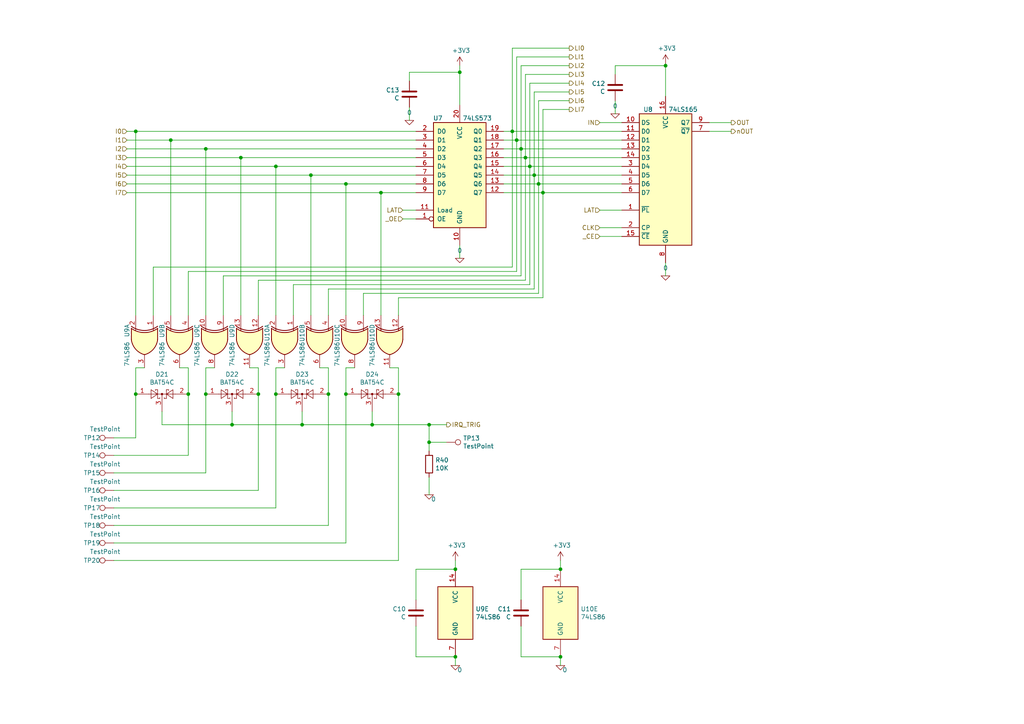
<source format=kicad_sch>
(kicad_sch (version 20211123) (generator eeschema)
  (paper "A4")
  (lib_symbols
    (symbol "74xx:74LS165"
      (property "Reference" "U" (at -7.62 19.05 0))
      (property "Value" "74LS165" (at -7.62 -21.59 0))
      (symbol "74LS165_1_0"
        (pin input line (at -12.7 -10.16 0) (length 5.08) (name "~{PL}") (number "1"))
        (pin input line (at -12.7 15.24 0) (length 5.08) (name "DS") (number "10"))
        (pin input line (at -12.7 12.7 0) (length 5.08) (name "D0") (number "11"))
        (pin input line (at -12.7 10.16 0) (length 5.08) (name "D1") (number "12"))
        (pin input line (at -12.7 7.62 0) (length 5.08) (name "D2") (number "13"))
        (pin input line (at -12.7 5.08 0) (length 5.08) (name "D3") (number "14"))
        (pin input line (at -12.7 -17.78 0) (length 5.08) (name "~{CE}") (number "15"))
        (pin power_in line (at 0 22.86 270) (length 5.08) (name "VCC") (number "16"))
        (pin input line (at -12.7 -15.24 0) (length 5.08) (name "CP") (number "2"))
        (pin input line (at -12.7 2.54 0) (length 5.08) (name "D4") (number "3"))
        (pin input line (at -12.7 0 0) (length 5.08) (name "D5") (number "4"))
        (pin input line (at -12.7 -2.54 0) (length 5.08) (name "D6") (number "5"))
        (pin input line (at -12.7 -5.08 0) (length 5.08) (name "D7") (number "6"))
        (pin output line (at 12.7 12.7 180) (length 5.08) (name "~{Q7}") (number "7"))
        (pin power_in line (at 0 -25.4 90) (length 5.08) (name "GND") (number "8"))
        (pin output line (at 12.7 15.24 180) (length 5.08) (name "Q7") (number "9"))
      )
      (symbol "74LS165_1_1"
        (rectangle (start -7.62 17.78) (end 7.62 -20.32) (stroke (width 0.254)) (fill (type background)))
      )
    )
    (symbol "74xx:74LS573" (pin_names (offset 1.016))
      (property "Reference" "U" (at -7.62 16.51 0))
      (property "Value" "74LS573" (at -7.62 -16.51 0))
      (symbol "74LS573_1_0"
        (pin input inverted (at -12.7 -12.7 0) (length 5.08) (name "OE") (number "1"))
        (pin power_in line (at 0 -20.32 90) (length 5.08) (name "GND") (number "10"))
        (pin input line (at -12.7 -10.16 0) (length 5.08) (name "Load") (number "11"))
        (pin tri_state line (at 12.7 -5.08 180) (length 5.08) (name "Q7") (number "12"))
        (pin tri_state line (at 12.7 -2.54 180) (length 5.08) (name "Q6") (number "13"))
        (pin tri_state line (at 12.7 0 180) (length 5.08) (name "Q5") (number "14"))
        (pin tri_state line (at 12.7 2.54 180) (length 5.08) (name "Q4") (number "15"))
        (pin tri_state line (at 12.7 5.08 180) (length 5.08) (name "Q3") (number "16"))
        (pin tri_state line (at 12.7 7.62 180) (length 5.08) (name "Q2") (number "17"))
        (pin tri_state line (at 12.7 10.16 180) (length 5.08) (name "Q1") (number "18"))
        (pin tri_state line (at 12.7 12.7 180) (length 5.08) (name "Q0") (number "19"))
        (pin input line (at -12.7 12.7 0) (length 5.08) (name "D0") (number "2"))
        (pin power_in line (at 0 20.32 270) (length 5.08) (name "VCC") (number "20"))
        (pin input line (at -12.7 10.16 0) (length 5.08) (name "D1") (number "3"))
        (pin input line (at -12.7 7.62 0) (length 5.08) (name "D2") (number "4"))
        (pin input line (at -12.7 5.08 0) (length 5.08) (name "D3") (number "5"))
        (pin input line (at -12.7 2.54 0) (length 5.08) (name "D4") (number "6"))
        (pin input line (at -12.7 0 0) (length 5.08) (name "D5") (number "7"))
        (pin input line (at -12.7 -2.54 0) (length 5.08) (name "D6") (number "8"))
        (pin input line (at -12.7 -5.08 0) (length 5.08) (name "D7") (number "9"))
      )
      (symbol "74LS573_1_1"
        (rectangle (start -7.62 15.24) (end 7.62 -15.24) (stroke (width 0.254)) (fill (type background)))
      )
    )
    (symbol "74xx:74LS86" (pin_names (offset 1.016))
      (property "Reference" "U" (at 0 1.27 0))
      (property "Value" "74LS86" (at 0 -1.27 0))
      (symbol "74LS86_1_0"
        (arc (start -4.4196 -3.81) (mid -3.2033 0) (end -4.4196 3.81) (stroke (width 0.254)))
        (arc (start -3.81 -3.81) (mid -2.589 0) (end -3.81 3.81) (stroke (width 0.254)))
        (arc (start -0.6096 -3.81) (mid 2.1855 -2.584) (end 3.81 0) (stroke (width 0.254)) (fill (type background)))
        (polyline (pts (xy -3.81 -3.81) (xy -0.635 -3.81)) (stroke (width 0.254)) (fill (type background)))
        (polyline (pts (xy -3.81 3.81) (xy -0.635 3.81)) (stroke (width 0.254)) (fill (type background)))
        (polyline (pts (xy -0.635 3.81) (xy -3.81 3.81) (xy -3.81 3.81) (xy -3.556 3.4036) (xy -3.0226 2.2606) (xy -2.6924 1.0414) (xy -2.6162 -0.254) (xy -2.7686 -1.4986) (xy -3.175 -2.7178) (xy -3.81 -3.81) (xy -3.81 -3.81) (xy -0.635 -3.81)) (stroke (width -25.4)) (fill (type background)))
        (arc (start 3.81 0) (mid 2.1928 2.5925) (end -0.6096 3.81) (stroke (width 0.254)) (fill (type background)))
        (pin input line (at -7.62 2.54 0) (length 4.445) (name "~") (number "1"))
        (pin input line (at -7.62 -2.54 0) (length 4.445) (name "~") (number "2"))
        (pin output line (at 7.62 0 180) (length 3.81) (name "~") (number "3"))
      )
      (symbol "74LS86_1_1"
        (polyline (pts (xy -3.81 -2.54) (xy -3.175 -2.54)) (stroke (width 0.1524)))
        (polyline (pts (xy -3.81 2.54) (xy -3.175 2.54)) (stroke (width 0.1524)))
      )
      (symbol "74LS86_2_0"
        (arc (start -4.4196 -3.81) (mid -3.2033 0) (end -4.4196 3.81) (stroke (width 0.254)))
        (arc (start -3.81 -3.81) (mid -2.589 0) (end -3.81 3.81) (stroke (width 0.254)))
        (arc (start -0.6096 -3.81) (mid 2.1855 -2.584) (end 3.81 0) (stroke (width 0.254)) (fill (type background)))
        (polyline (pts (xy -3.81 -3.81) (xy -0.635 -3.81)) (stroke (width 0.254)) (fill (type background)))
        (polyline (pts (xy -3.81 3.81) (xy -0.635 3.81)) (stroke (width 0.254)) (fill (type background)))
        (polyline (pts (xy -0.635 3.81) (xy -3.81 3.81) (xy -3.81 3.81) (xy -3.556 3.4036) (xy -3.0226 2.2606) (xy -2.6924 1.0414) (xy -2.6162 -0.254) (xy -2.7686 -1.4986) (xy -3.175 -2.7178) (xy -3.81 -3.81) (xy -3.81 -3.81) (xy -0.635 -3.81)) (stroke (width -25.4)) (fill (type background)))
        (arc (start 3.81 0) (mid 2.1928 2.5925) (end -0.6096 3.81) (stroke (width 0.254)) (fill (type background)))
        (pin input line (at -7.62 2.54 0) (length 4.445) (name "~") (number "4"))
        (pin input line (at -7.62 -2.54 0) (length 4.445) (name "~") (number "5"))
        (pin output line (at 7.62 0 180) (length 3.81) (name "~") (number "6"))
      )
      (symbol "74LS86_2_1"
        (polyline (pts (xy -3.81 -2.54) (xy -3.175 -2.54)) (stroke (width 0.1524)))
        (polyline (pts (xy -3.81 2.54) (xy -3.175 2.54)) (stroke (width 0.1524)))
      )
      (symbol "74LS86_3_0"
        (arc (start -4.4196 -3.81) (mid -3.2033 0) (end -4.4196 3.81) (stroke (width 0.254)))
        (arc (start -3.81 -3.81) (mid -2.589 0) (end -3.81 3.81) (stroke (width 0.254)))
        (arc (start -0.6096 -3.81) (mid 2.1855 -2.584) (end 3.81 0) (stroke (width 0.254)) (fill (type background)))
        (polyline (pts (xy -3.81 -3.81) (xy -0.635 -3.81)) (stroke (width 0.254)) (fill (type background)))
        (polyline (pts (xy -3.81 3.81) (xy -0.635 3.81)) (stroke (width 0.254)) (fill (type background)))
        (polyline (pts (xy -0.635 3.81) (xy -3.81 3.81) (xy -3.81 3.81) (xy -3.556 3.4036) (xy -3.0226 2.2606) (xy -2.6924 1.0414) (xy -2.6162 -0.254) (xy -2.7686 -1.4986) (xy -3.175 -2.7178) (xy -3.81 -3.81) (xy -3.81 -3.81) (xy -0.635 -3.81)) (stroke (width -25.4)) (fill (type background)))
        (arc (start 3.81 0) (mid 2.1928 2.5925) (end -0.6096 3.81) (stroke (width 0.254)) (fill (type background)))
        (pin input line (at -7.62 -2.54 0) (length 4.445) (name "~") (number "10"))
        (pin output line (at 7.62 0 180) (length 3.81) (name "~") (number "8"))
        (pin input line (at -7.62 2.54 0) (length 4.445) (name "~") (number "9"))
      )
      (symbol "74LS86_3_1"
        (polyline (pts (xy -3.81 -2.54) (xy -3.175 -2.54)) (stroke (width 0.1524)))
        (polyline (pts (xy -3.81 2.54) (xy -3.175 2.54)) (stroke (width 0.1524)))
      )
      (symbol "74LS86_4_0"
        (arc (start -4.4196 -3.81) (mid -3.2033 0) (end -4.4196 3.81) (stroke (width 0.254)))
        (arc (start -3.81 -3.81) (mid -2.589 0) (end -3.81 3.81) (stroke (width 0.254)))
        (arc (start -0.6096 -3.81) (mid 2.1855 -2.584) (end 3.81 0) (stroke (width 0.254)) (fill (type background)))
        (polyline (pts (xy -3.81 -3.81) (xy -0.635 -3.81)) (stroke (width 0.254)) (fill (type background)))
        (polyline (pts (xy -3.81 3.81) (xy -0.635 3.81)) (stroke (width 0.254)) (fill (type background)))
        (polyline (pts (xy -0.635 3.81) (xy -3.81 3.81) (xy -3.81 3.81) (xy -3.556 3.4036) (xy -3.0226 2.2606) (xy -2.6924 1.0414) (xy -2.6162 -0.254) (xy -2.7686 -1.4986) (xy -3.175 -2.7178) (xy -3.81 -3.81) (xy -3.81 -3.81) (xy -0.635 -3.81)) (stroke (width -25.4)) (fill (type background)))
        (arc (start 3.81 0) (mid 2.1928 2.5925) (end -0.6096 3.81) (stroke (width 0.254)) (fill (type background)))
        (pin output line (at 7.62 0 180) (length 3.81) (name "~") (number "11"))
        (pin input line (at -7.62 2.54 0) (length 4.445) (name "~") (number "12"))
        (pin input line (at -7.62 -2.54 0) (length 4.445) (name "~") (number "13"))
      )
      (symbol "74LS86_4_1"
        (polyline (pts (xy -3.81 -2.54) (xy -3.175 -2.54)) (stroke (width 0.1524)))
        (polyline (pts (xy -3.81 2.54) (xy -3.175 2.54)) (stroke (width 0.1524)))
      )
      (symbol "74LS86_5_0"
        (pin power_in line (at 0 12.7 270) (length 5.08) (name "VCC") (number "14"))
        (pin power_in line (at 0 -12.7 90) (length 5.08) (name "GND") (number "7"))
      )
      (symbol "74LS86_5_1"
        (rectangle (start -5.08 7.62) (end 5.08 -7.62) (stroke (width 0.254)) (fill (type background)))
      )
    )
    (symbol "Connector:TestPoint" (pin_numbers hide) (pin_names (offset 0.762) hide)
      (property "Reference" "TP" (at 0 6.858 0))
      (property "Value" "TestPoint" (at 0 5.08 0))
      (symbol "TestPoint_0_1"
        (circle (center 0 3.302) (radius 0.762))
      )
      (symbol "TestPoint_1_1"
        (pin passive line (at 0 0 90) (length 2.54) (name "1") (number "1"))
      )
    )
    (symbol "Device:C" (pin_numbers hide) (pin_names (offset 0.254))
      (property "Reference" "C" (at 0.635 2.54 0))
      (property "Value" "C" (at 0.635 -2.54 0))
      (symbol "C_0_1"
        (polyline (pts (xy -2.032 -0.762) (xy 2.032 -0.762)) (stroke (width 0.508)))
        (polyline (pts (xy -2.032 0.762) (xy 2.032 0.762)) (stroke (width 0.508)))
      )
      (symbol "C_1_1"
        (pin passive line (at 0 3.81 270) (length 2.794) (name "~") (number "1"))
        (pin passive line (at 0 -3.81 90) (length 2.794) (name "~") (number "2"))
      )
    )
    (symbol "Device:R" (pin_numbers hide) (pin_names (offset 0))
      (property "Reference" "R" (at 2.032 0 90))
      (property "Value" "R" (at 0 0 90))
      (symbol "R_0_1"
        (rectangle (start -1.016 -2.54) (end 1.016 2.54) (stroke (width 0.254)))
      )
      (symbol "R_1_1"
        (pin passive line (at 0 3.81 270) (length 1.27) (name "~") (number "1"))
        (pin passive line (at 0 -3.81 90) (length 1.27) (name "~") (number "2"))
      )
    )
    (symbol "Diode:BAT54C" (pin_names (offset 1.016))
      (property "Reference" "D" (at 0.635 -3.81 0))
      (property "Value" "BAT54C" (at -6.35 3.175 0))
      (symbol "BAT54C_0_1"
        (polyline (pts (xy -1.905 0) (xy 1.905 0)))
        (polyline (pts (xy -1.905 1.27) (xy -1.905 1.016)))
        (polyline (pts (xy -1.27 -1.27) (xy -0.635 -1.27)))
        (polyline (pts (xy -1.27 0) (xy -3.81 0)))
        (polyline (pts (xy -1.27 1.27) (xy -1.905 1.27)))
        (polyline (pts (xy -1.27 1.27) (xy -1.27 -1.27)))
        (polyline (pts (xy -0.635 -1.27) (xy -0.635 -1.016)))
        (polyline (pts (xy 0.635 -1.27) (xy 0.635 -1.016)))
        (polyline (pts (xy 1.27 -1.27) (xy 0.635 -1.27)))
        (polyline (pts (xy 1.27 1.27) (xy 1.27 -1.27)))
        (polyline (pts (xy 1.27 1.27) (xy 1.905 1.27)))
        (polyline (pts (xy 1.905 1.27) (xy 1.905 1.016)))
        (polyline (pts (xy 3.81 0) (xy 1.27 0)))
        (polyline (pts (xy -3.175 -1.27) (xy -3.175 1.27) (xy -1.27 0) (xy -3.175 -1.27)))
        (polyline (pts (xy 3.175 -1.27) (xy 3.175 1.27) (xy 1.27 0) (xy 3.175 -1.27)))
        (circle (center 0 0) (radius 0.254) (fill (type outline)))
      )
      (symbol "BAT54C_1_1"
        (pin passive line (at -7.62 0 0) (length 3.81) (name "~") (number "1"))
        (pin passive line (at 7.62 0 180) (length 3.81) (name "~") (number "2"))
        (pin passive line (at 0 -5.08 90) (length 5.08) (name "~") (number "3"))
      )
    )
    (symbol "power:+3V3" (power) (pin_names (offset 0))
      (property "Value" "+3V3" (at 0 3.556 0))
      (symbol "+3V3_0_1"
        (polyline (pts (xy -0.762 1.27) (xy 0 2.54)))
        (polyline (pts (xy 0 0) (xy 0 2.54)))
        (polyline (pts (xy 0 2.54) (xy 0.762 1.27)))
      )
      (symbol "+3V3_1_1"
        (pin power_in line (at 0 0 90) (length 0) hide (name "+3V3") (number "1"))
      )
    )
    (symbol "pspice:0" (power) (pin_names (offset 0))
      (property "Value" "0" (at 0 -1.778 0))
      (symbol "0_0_1"
        (polyline (pts (xy -1.27 0) (xy 0 -1.27) (xy 1.27 0) (xy -1.27 0)))
      )
      (symbol "0_1_1"
        (pin power_in line (at 0 0 0) (length 0) hide (name "0") (number "1"))
      )
    )
  )
  (junction (at 80.01 114.3))
  (junction (at 115.57 114.3))
  (junction (at 95.25 114.3))
  (junction (at 100.33 114.3))
  (junction (at 54.61 114.3))
  (junction (at 39.37 38.1))
  (junction (at 100.33 53.34))
  (junction (at 74.93 114.3))
  (junction (at 132.08 165.1))
  (junction (at 107.95 123.19))
  (junction (at 80.01 48.26))
  (junction (at 59.69 114.3))
  (junction (at 39.37 114.3))
  (junction (at 133.35 20.955))
  (junction (at 151.13 43.18))
  (junction (at 162.56 165.1))
  (junction (at 49.53 40.64))
  (junction (at 162.56 190.5))
  (junction (at 148.59 38.1))
  (junction (at 110.49 55.88))
  (junction (at 154.94 50.8))
  (junction (at 67.31 123.19))
  (junction (at 157.48 55.88))
  (junction (at 152.4 45.72))
  (junction (at 90.17 50.8))
  (junction (at 156.21 53.34))
  (junction (at 59.69 43.18))
  (junction (at 124.46 123.19))
  (junction (at 69.85 45.72))
  (junction (at 124.46 128.27))
  (junction (at 87.63 123.19))
  (junction (at 193.04 19.05))
  (junction (at 132.08 190.5))
  (junction (at 153.67 48.26))
  (junction (at 149.86 40.64))
  (wire (pts (xy 149.86 16.51) (xy 165.1 16.51)))
  (wire (pts (xy 113.03 106.68) (xy 115.57 106.68)))
  (wire (pts (xy 36.83 40.64) (xy 49.53 40.64)))
  (wire (pts (xy 162.56 190.5) (xy 162.56 193.04)))
  (wire (pts (xy 74.93 106.68) (xy 74.93 114.3)))
  (wire (pts (xy 148.59 38.1) (xy 180.34 38.1)))
  (wire (pts (xy 44.45 77.47) (xy 148.59 77.47)))
  (wire (pts (xy 33.02 147.32) (xy 80.01 147.32)))
  (wire (pts (xy 36.83 38.1) (xy 39.37 38.1)))
  (wire (pts (xy 124.46 143.51) (xy 124.46 138.43)))
  (wire (pts (xy 59.69 43.18) (xy 120.65 43.18)))
  (wire (pts (xy 69.85 45.72) (xy 120.65 45.72)))
  (wire (pts (xy 165.1 13.97) (xy 148.59 13.97)))
  (wire (pts (xy 100.33 114.3) (xy 100.33 157.48)))
  (wire (pts (xy 151.13 43.18) (xy 180.34 43.18)))
  (wire (pts (xy 33.02 127) (xy 39.37 127)))
  (wire (pts (xy 54.61 132.08) (xy 54.61 114.3)))
  (wire (pts (xy 115.57 86.36) (xy 157.48 86.36)))
  (wire (pts (xy 165.1 29.21) (xy 156.21 29.21)))
  (wire (pts (xy 157.48 55.88) (xy 157.48 31.75)))
  (wire (pts (xy 54.61 78.74) (xy 149.86 78.74)))
  (wire (pts (xy 165.1 19.05) (xy 151.13 19.05)))
  (wire (pts (xy 33.02 142.24) (xy 74.93 142.24)))
  (wire (pts (xy 100.33 114.3) (xy 100.33 106.68)))
  (wire (pts (xy 193.04 19.05) (xy 193.04 27.94)))
  (wire (pts (xy 52.07 106.68) (xy 54.61 106.68)))
  (wire (pts (xy 173.99 66.04) (xy 180.34 66.04)))
  (wire (pts (xy 152.4 21.59) (xy 152.4 45.72)))
  (wire (pts (xy 133.35 19.05) (xy 133.35 20.955)))
  (wire (pts (xy 146.05 40.64) (xy 149.86 40.64)))
  (wire (pts (xy 85.09 82.55) (xy 153.67 82.55)))
  (wire (pts (xy 105.41 91.44) (xy 105.41 85.09)))
  (wire (pts (xy 80.01 91.44) (xy 80.01 48.26)))
  (wire (pts (xy 154.94 26.67) (xy 154.94 50.8)))
  (wire (pts (xy 146.05 45.72) (xy 152.4 45.72)))
  (wire (pts (xy 115.57 106.68) (xy 115.57 114.3)))
  (wire (pts (xy 124.46 123.19) (xy 107.95 123.19)))
  (wire (pts (xy 41.91 106.68) (xy 39.37 106.68)))
  (wire (pts (xy 151.13 190.5) (xy 162.56 190.5)))
  (wire (pts (xy 36.83 55.88) (xy 110.49 55.88)))
  (wire (pts (xy 165.1 26.67) (xy 154.94 26.67)))
  (wire (pts (xy 59.69 91.44) (xy 59.69 43.18)))
  (wire (pts (xy 33.02 152.4) (xy 95.25 152.4)))
  (wire (pts (xy 80.01 106.68) (xy 82.55 106.68)))
  (wire (pts (xy 36.83 50.8) (xy 90.17 50.8)))
  (wire (pts (xy 154.94 50.8) (xy 180.34 50.8)))
  (wire (pts (xy 165.1 21.59) (xy 152.4 21.59)))
  (wire (pts (xy 44.45 91.44) (xy 44.45 77.47)))
  (wire (pts (xy 36.83 48.26) (xy 80.01 48.26)))
  (wire (pts (xy 157.48 55.88) (xy 146.05 55.88)))
  (wire (pts (xy 178.435 19.05) (xy 193.04 19.05)))
  (wire (pts (xy 151.13 190.5) (xy 151.13 181.61)))
  (wire (pts (xy 67.31 119.38) (xy 67.31 123.19)))
  (wire (pts (xy 153.67 82.55) (xy 153.67 48.26)))
  (wire (pts (xy 39.37 38.1) (xy 120.65 38.1)))
  (wire (pts (xy 149.86 16.51) (xy 149.86 40.64)))
  (wire (pts (xy 120.65 165.1) (xy 132.08 165.1)))
  (wire (pts (xy 64.77 80.01) (xy 151.13 80.01)))
  (wire (pts (xy 54.61 106.68) (xy 54.61 114.3)))
  (wire (pts (xy 146.05 53.34) (xy 156.21 53.34)))
  (wire (pts (xy 115.57 114.3) (xy 115.57 162.56)))
  (wire (pts (xy 74.93 142.24) (xy 74.93 114.3)))
  (wire (pts (xy 152.4 81.28) (xy 152.4 45.72)))
  (wire (pts (xy 39.37 106.68) (xy 39.37 114.3)))
  (wire (pts (xy 124.46 128.27) (xy 124.46 123.19)))
  (wire (pts (xy 153.67 48.26) (xy 180.34 48.26)))
  (wire (pts (xy 133.35 74.93) (xy 133.35 71.12)))
  (wire (pts (xy 173.99 68.58) (xy 180.34 68.58)))
  (wire (pts (xy 118.745 34.925) (xy 118.745 31.115)))
  (wire (pts (xy 39.37 127) (xy 39.37 114.3)))
  (wire (pts (xy 151.13 165.1) (xy 162.56 165.1)))
  (wire (pts (xy 100.33 106.68) (xy 102.87 106.68)))
  (wire (pts (xy 120.65 60.96) (xy 116.84 60.96)))
  (wire (pts (xy 59.69 114.3) (xy 59.69 106.68)))
  (wire (pts (xy 85.09 91.44) (xy 85.09 82.55)))
  (wire (pts (xy 59.69 137.16) (xy 59.69 114.3)))
  (wire (pts (xy 74.93 91.44) (xy 74.93 81.28)))
  (wire (pts (xy 67.31 123.19) (xy 87.63 123.19)))
  (wire (pts (xy 95.25 83.82) (xy 154.94 83.82)))
  (wire (pts (xy 156.21 29.21) (xy 156.21 53.34)))
  (wire (pts (xy 132.08 190.5) (xy 132.08 193.04)))
  (wire (pts (xy 151.13 19.05) (xy 151.13 43.18)))
  (wire (pts (xy 173.99 35.56) (xy 180.34 35.56)))
  (wire (pts (xy 151.13 80.01) (xy 151.13 43.18)))
  (wire (pts (xy 146.05 43.18) (xy 151.13 43.18)))
  (wire (pts (xy 100.33 91.44) (xy 100.33 53.34)))
  (wire (pts (xy 118.745 23.495) (xy 118.745 20.955)))
  (wire (pts (xy 95.25 152.4) (xy 95.25 114.3)))
  (wire (pts (xy 165.1 24.13) (xy 153.67 24.13)))
  (wire (pts (xy 173.99 60.96) (xy 180.34 60.96)))
  (wire (pts (xy 80.01 48.26) (xy 120.65 48.26)))
  (wire (pts (xy 148.59 13.97) (xy 148.59 38.1)))
  (wire (pts (xy 118.745 20.955) (xy 133.35 20.955)))
  (wire (pts (xy 49.53 91.44) (xy 49.53 40.64)))
  (wire (pts (xy 36.83 43.18) (xy 59.69 43.18)))
  (wire (pts (xy 154.94 83.82) (xy 154.94 50.8)))
  (wire (pts (xy 124.46 130.81) (xy 124.46 128.27)))
  (wire (pts (xy 46.99 119.38) (xy 46.99 123.19)))
  (wire (pts (xy 193.04 19.05) (xy 193.04 18.415)))
  (wire (pts (xy 95.25 106.68) (xy 95.25 114.3)))
  (wire (pts (xy 153.67 24.13) (xy 153.67 48.26)))
  (wire (pts (xy 120.65 173.99) (xy 120.65 165.1)))
  (wire (pts (xy 152.4 45.72) (xy 180.34 45.72)))
  (wire (pts (xy 153.67 48.26) (xy 146.05 48.26)))
  (wire (pts (xy 80.01 114.3) (xy 80.01 106.68)))
  (wire (pts (xy 36.83 45.72) (xy 69.85 45.72)))
  (wire (pts (xy 178.435 21.59) (xy 178.435 19.05)))
  (wire (pts (xy 115.57 91.44) (xy 115.57 86.36)))
  (wire (pts (xy 151.13 173.99) (xy 151.13 165.1)))
  (wire (pts (xy 156.21 85.09) (xy 156.21 53.34)))
  (wire (pts (xy 132.08 190.5) (xy 120.65 190.5)))
  (wire (pts (xy 120.65 190.5) (xy 120.65 181.61)))
  (wire (pts (xy 115.57 162.56) (xy 33.02 162.56)))
  (wire (pts (xy 157.48 31.75) (xy 165.1 31.75)))
  (wire (pts (xy 36.83 53.34) (xy 100.33 53.34)))
  (wire (pts (xy 33.02 132.08) (xy 54.61 132.08)))
  (wire (pts (xy 90.17 91.44) (xy 90.17 50.8)))
  (wire (pts (xy 146.05 50.8) (xy 154.94 50.8)))
  (wire (pts (xy 110.49 55.88) (xy 120.65 55.88)))
  (wire (pts (xy 110.49 91.44) (xy 110.49 55.88)))
  (wire (pts (xy 92.71 106.68) (xy 95.25 106.68)))
  (wire (pts (xy 39.37 91.44) (xy 39.37 38.1)))
  (wire (pts (xy 162.56 165.1) (xy 162.56 162.56)))
  (wire (pts (xy 124.46 123.19) (xy 129.54 123.19)))
  (wire (pts (xy 146.05 38.1) (xy 148.59 38.1)))
  (wire (pts (xy 157.48 86.36) (xy 157.48 55.88)))
  (wire (pts (xy 90.17 50.8) (xy 120.65 50.8)))
  (wire (pts (xy 33.02 157.48) (xy 100.33 157.48)))
  (wire (pts (xy 80.01 147.32) (xy 80.01 114.3)))
  (wire (pts (xy 87.63 119.38) (xy 87.63 123.19)))
  (wire (pts (xy 205.74 38.1) (xy 212.09 38.1)))
  (wire (pts (xy 129.54 128.27) (xy 124.46 128.27)))
  (wire (pts (xy 49.53 40.64) (xy 120.65 40.64)))
  (wire (pts (xy 59.69 106.68) (xy 62.23 106.68)))
  (wire (pts (xy 107.95 123.19) (xy 107.95 119.38)))
  (wire (pts (xy 156.21 53.34) (xy 180.34 53.34)))
  (wire (pts (xy 105.41 85.09) (xy 156.21 85.09)))
  (wire (pts (xy 133.35 20.955) (xy 133.35 30.48)))
  (wire (pts (xy 33.02 137.16) (xy 59.69 137.16)))
  (wire (pts (xy 149.86 40.64) (xy 180.34 40.64)))
  (wire (pts (xy 157.48 55.88) (xy 180.34 55.88)))
  (wire (pts (xy 64.77 91.44) (xy 64.77 80.01)))
  (wire (pts (xy 100.33 53.34) (xy 120.65 53.34)))
  (wire (pts (xy 149.86 78.74) (xy 149.86 40.64)))
  (wire (pts (xy 193.04 80.01) (xy 193.04 76.2)))
  (wire (pts (xy 132.08 165.1) (xy 132.08 162.56)))
  (wire (pts (xy 95.25 91.44) (xy 95.25 83.82)))
  (wire (pts (xy 74.93 81.28) (xy 152.4 81.28)))
  (wire (pts (xy 205.74 35.56) (xy 212.09 35.56)))
  (wire (pts (xy 148.59 77.47) (xy 148.59 38.1)))
  (wire (pts (xy 116.84 63.5) (xy 120.65 63.5)))
  (wire (pts (xy 87.63 123.19) (xy 107.95 123.19)))
  (wire (pts (xy 72.39 106.68) (xy 74.93 106.68)))
  (wire (pts (xy 178.435 33.02) (xy 178.435 29.21)))
  (wire (pts (xy 46.99 123.19) (xy 67.31 123.19)))
  (wire (pts (xy 69.85 91.44) (xy 69.85 45.72)))
  (wire (pts (xy 54.61 91.44) (xy 54.61 78.74)))
  (hierarchical_label "I6" (shape input) (at 36.83 53.34 180))
  (hierarchical_label "_OE" (shape input) (at 116.84 63.5 180))
  (hierarchical_label "I0" (shape input) (at 36.83 38.1 180))
  (hierarchical_label "LI5" (shape output) (at 165.1 26.67 0))
  (hierarchical_label "LI2" (shape output) (at 165.1 19.05 0))
  (hierarchical_label "LI7" (shape output) (at 165.1 31.75 0))
  (hierarchical_label "LI3" (shape output) (at 165.1 21.59 0))
  (hierarchical_label "OUT" (shape output) (at 212.09 35.56 0))
  (hierarchical_label "_CE" (shape input) (at 173.99 68.58 180))
  (hierarchical_label "IRQ_TRIG" (shape output) (at 129.54 123.19 0))
  (hierarchical_label "LI1" (shape output) (at 165.1 16.51 0))
  (hierarchical_label "CLK" (shape input) (at 173.99 66.04 180))
  (hierarchical_label "I3" (shape input) (at 36.83 45.72 180))
  (hierarchical_label "I2" (shape input) (at 36.83 43.18 180))
  (hierarchical_label "I7" (shape input) (at 36.83 55.88 180))
  (hierarchical_label "I5" (shape input) (at 36.83 50.8 180))
  (hierarchical_label "LI0" (shape output) (at 165.1 13.97 0))
  (hierarchical_label "I4" (shape input) (at 36.83 48.26 180))
  (hierarchical_label "I1" (shape input) (at 36.83 40.64 180))
  (hierarchical_label "LI6" (shape output) (at 165.1 29.21 0))
  (hierarchical_label "LAT" (shape input) (at 116.84 60.96 180))
  (hierarchical_label "LI4" (shape output) (at 165.1 24.13 0))
  (hierarchical_label "LAT" (shape input) (at 173.99 60.96 180))
  (hierarchical_label "IN" (shape input) (at 173.99 35.56 180))
  (hierarchical_label "nOUT" (shape output) (at 212.09 38.1 0))
  (symbol (lib_id "Device:C") (at 118.745 27.305 0) (mirror x) (unit 1)
    (property "Reference" "C13" (at 115.8494 26.1366 0) (effects (justify right)))
    (property "Value" "C" (at 115.8494 28.448 0) (effects (justify right)))
    (property "Footprint" "Capacitor_SMD:C_0805_2012Metric_Pad1.18x1.45mm_HandSolder" (effects hide))
  )
  (symbol (lib_id "pspice:0") (at 118.745 34.925 0) (unit 1)
    (property "Reference" "#GND0101" (effects hide))
    (property "Value" "0" (at 118.745 32.6644 0))
  )
  (symbol (lib_id "Device:C") (at 178.435 25.4 0) (mirror x) (unit 1)
    (property "Reference" "C12" (at 175.5394 24.2316 0) (effects (justify right)))
    (property "Value" "C" (at 175.5394 26.543 0) (effects (justify right)))
    (property "Footprint" "Capacitor_SMD:C_0805_2012Metric_Pad1.18x1.45mm_HandSolder" (effects hide))
  )
  (symbol (lib_id "pspice:0") (at 178.435 33.02 0) (unit 1)
    (property "Reference" "#GND0102" (effects hide))
    (property "Value" "0" (at 178.435 30.7594 0))
  )
  (symbol (lib_id "74xx:74LS573") (at 133.35 50.8 0) (unit 1)
    (property "Reference" "U7" (at 127 34.29 0))
    (property "Value" "74LS573" (at 138.43 34.29 0))
    (property "Footprint" "Package_SO:SOIC-20W_7.5x12.8mm_P1.27mm" (effects hide))
    (property "Datasheet" "74xx/74hc573.pdf" (effects hide))
  )
  (symbol (lib_id "pspice:0") (at 133.35 74.93 0) (unit 1)
    (property "Reference" "#GND042" (effects hide))
    (property "Value" "0" (at 133.35 72.6694 0))
  )
  (symbol (lib_id "74xx:74LS165") (at 193.04 50.8 0) (unit 1)
    (property "Reference" "U8" (at 187.96 31.75 0))
    (property "Value" "74LS165" (at 198.12 31.75 0))
    (property "Footprint" "Package_SO:SOIC-16_3.9x9.9mm_P1.27mm" (effects hide))
    (property "Datasheet" "http://www.ti.com/lit/gpn/sn74LS165" (effects hide))
  )
  (symbol (lib_id "74xx:74LS86") (at 41.91 99.06 270) (unit 1)
    (property "Reference" "U9" (at 36.83 93.98 0) (effects (justify left)))
    (property "Value" "74LS86" (at 36.83 99.06 0) (effects (justify left)))
    (property "Footprint" "Package_SO:SOIC-14_3.9x8.7mm_P1.27mm" (effects hide))
    (property "Datasheet" "74xx/74ls86.pdf" (effects hide))
  )
  (symbol (lib_id "74xx:74LS86") (at 52.07 99.06 270) (unit 2)
    (property "Reference" "U9" (at 46.99 93.98 0) (effects (justify left)))
    (property "Value" "74LS86" (at 46.99 99.06 0) (effects (justify left)))
    (property "Footprint" "Package_SO:SOIC-14_3.9x8.7mm_P1.27mm" (effects hide))
    (property "Datasheet" "74xx/74ls86.pdf" (effects hide))
  )
  (symbol (lib_id "74xx:74LS86") (at 62.23 99.06 270) (unit 3)
    (property "Reference" "U9" (at 57.15 93.98 0) (effects (justify left)))
    (property "Value" "74LS86" (at 57.15 99.06 0) (effects (justify left)))
    (property "Footprint" "Package_SO:SOIC-14_3.9x8.7mm_P1.27mm" (effects hide))
    (property "Datasheet" "74xx/74ls86.pdf" (effects hide))
  )
  (symbol (lib_id "74xx:74LS86") (at 72.39 99.06 270) (unit 4)
    (property "Reference" "U9" (at 67.31 93.98 0) (effects (justify left)))
    (property "Value" "74LS86" (at 67.31 99.06 0) (effects (justify left)))
    (property "Footprint" "Package_SO:SOIC-14_3.9x8.7mm_P1.27mm" (effects hide))
    (property "Datasheet" "74xx/74ls86.pdf" (effects hide))
  )
  (symbol (lib_id "74xx:74LS86") (at 132.08 177.8 0) (unit 5)
    (property "Reference" "U9" (at 137.922 176.6316 0) (effects (justify left)))
    (property "Value" "74LS86" (at 137.922 178.943 0) (effects (justify left)))
    (property "Footprint" "Package_SO:SOIC-14_3.9x8.7mm_P1.27mm" (effects hide))
    (property "Datasheet" "74xx/74ls86.pdf" (effects hide))
  )
  (symbol (lib_id "74xx:74LS86") (at 162.56 177.8 0) (unit 5)
    (property "Reference" "U10" (at 168.402 176.6316 0) (effects (justify left)))
    (property "Value" "74LS86" (at 168.402 178.943 0) (effects (justify left)))
    (property "Footprint" "Package_SO:SOIC-14_3.9x8.7mm_P1.27mm" (effects hide))
    (property "Datasheet" "74xx/74ls86.pdf" (effects hide))
  )
  (symbol (lib_id "74xx:74LS86") (at 113.03 99.06 270) (unit 4)
    (property "Reference" "U10" (at 107.95 93.98 0) (effects (justify left)))
    (property "Value" "74LS86" (at 107.95 99.06 0) (effects (justify left)))
    (property "Footprint" "Package_SO:SOIC-14_3.9x8.7mm_P1.27mm" (effects hide))
    (property "Datasheet" "74xx/74ls86.pdf" (effects hide))
  )
  (symbol (lib_id "74xx:74LS86") (at 102.87 99.06 270) (unit 3)
    (property "Reference" "U10" (at 97.79 93.98 0) (effects (justify left)))
    (property "Value" "74LS86" (at 97.79 99.06 0) (effects (justify left)))
    (property "Footprint" "Package_SO:SOIC-14_3.9x8.7mm_P1.27mm" (effects hide))
    (property "Datasheet" "74xx/74ls86.pdf" (effects hide))
  )
  (symbol (lib_id "74xx:74LS86") (at 92.71 99.06 270) (unit 2)
    (property "Reference" "U10" (at 87.63 93.98 0) (effects (justify left)))
    (property "Value" "74LS86" (at 87.63 99.06 0) (effects (justify left)))
    (property "Footprint" "Package_SO:SOIC-14_3.9x8.7mm_P1.27mm" (effects hide))
    (property "Datasheet" "74xx/74ls86.pdf" (effects hide))
  )
  (symbol (lib_id "74xx:74LS86") (at 82.55 99.06 270) (unit 1)
    (property "Reference" "U10" (at 77.47 93.98 0) (effects (justify left)))
    (property "Value" "74LS86" (at 77.47 99.06 0) (effects (justify left)))
    (property "Footprint" "Package_SO:SOIC-14_3.9x8.7mm_P1.27mm" (effects hide))
    (property "Datasheet" "74xx/74ls86.pdf" (effects hide))
  )
  (symbol (lib_id "Diode:BAT54C") (at 46.99 114.3 0) (unit 1)
    (property "Reference" "D21" (at 46.99 108.585 0))
    (property "Value" "BAT54C" (at 46.99 110.8964 0))
    (property "Footprint" "Package_TO_SOT_SMD:SOT-23" (effects hide))
    (property "Datasheet" "http://www.diodes.com/_files/datasheets/ds11005.pdf" (effects hide))
  )
  (symbol (lib_id "Diode:BAT54C") (at 67.31 114.3 0) (unit 1)
    (property "Reference" "D22" (at 67.31 108.585 0))
    (property "Value" "BAT54C" (at 67.31 110.8964 0))
    (property "Footprint" "Package_TO_SOT_SMD:SOT-23" (effects hide))
    (property "Datasheet" "http://www.diodes.com/_files/datasheets/ds11005.pdf" (effects hide))
  )
  (symbol (lib_id "Diode:BAT54C") (at 87.63 114.3 0) (unit 1)
    (property "Reference" "D23" (at 87.63 108.585 0))
    (property "Value" "BAT54C" (at 87.63 110.8964 0))
    (property "Footprint" "Package_TO_SOT_SMD:SOT-23" (effects hide))
    (property "Datasheet" "http://www.diodes.com/_files/datasheets/ds11005.pdf" (effects hide))
  )
  (symbol (lib_id "Diode:BAT54C") (at 107.95 114.3 0) (unit 1)
    (property "Reference" "D24" (at 107.95 108.585 0))
    (property "Value" "BAT54C" (at 107.95 110.8964 0))
    (property "Footprint" "Package_TO_SOT_SMD:SOT-23" (effects hide))
    (property "Datasheet" "http://www.diodes.com/_files/datasheets/ds11005.pdf" (effects hide))
  )
  (symbol (lib_id "Device:R") (at 124.46 134.62 0) (unit 1)
    (property "Reference" "R40" (at 126.238 133.4516 0) (effects (justify left)))
    (property "Value" "10K" (at 126.238 135.763 0) (effects (justify left)))
    (property "Footprint" "Resistor_SMD:R_0805_2012Metric_Pad1.20x1.40mm_HandSolder" (effects hide))
  )
  (symbol (lib_id "pspice:0") (at 124.46 143.51 0) (unit 1)
    (property "Reference" "#GND044" (effects hide))
    (property "Value" "0" (at 125.73 144.78 0))
  )
  (symbol (lib_id "Connector:TestPoint") (at 129.54 128.27 270) (unit 1)
    (property "Reference" "TP13" (at 134.3152 127.1016 90) (effects (justify left)))
    (property "Value" "TestPoint" (at 134.3152 129.413 90) (effects (justify left)))
    (property "Footprint" "TestPoint:TestPoint_Pad_D2.0mm" (effects hide))
  )
  (symbol (lib_id "Connector:TestPoint") (at 33.02 127 90) (unit 1)
    (property "Reference" "TP12" (at 26.67 127 90))
    (property "Value" "TestPoint" (at 30.48 124.46 90))
    (property "Footprint" "TestPoint:TestPoint_Pad_D2.0mm" (effects hide))
  )
  (symbol (lib_id "Connector:TestPoint") (at 33.02 132.08 90) (unit 1)
    (property "Reference" "TP14" (at 26.67 132.08 90))
    (property "Value" "TestPoint" (at 30.48 129.54 90))
    (property "Footprint" "TestPoint:TestPoint_Pad_D2.0mm" (effects hide))
  )
  (symbol (lib_id "Connector:TestPoint") (at 33.02 137.16 90) (unit 1)
    (property "Reference" "TP15" (at 26.67 137.16 90))
    (property "Value" "TestPoint" (at 30.48 134.62 90))
    (property "Footprint" "TestPoint:TestPoint_Pad_D2.0mm" (effects hide))
  )
  (symbol (lib_id "Connector:TestPoint") (at 33.02 142.24 90) (unit 1)
    (property "Reference" "TP16" (at 26.67 142.24 90))
    (property "Value" "TestPoint" (at 30.48 139.7 90))
    (property "Footprint" "TestPoint:TestPoint_Pad_D2.0mm" (effects hide))
  )
  (symbol (lib_id "Connector:TestPoint") (at 33.02 147.32 90) (unit 1)
    (property "Reference" "TP17" (at 26.67 147.32 90))
    (property "Value" "TestPoint" (at 30.48 144.78 90))
    (property "Footprint" "TestPoint:TestPoint_Pad_D2.0mm" (effects hide))
  )
  (symbol (lib_id "Connector:TestPoint") (at 33.02 152.4 90) (unit 1)
    (property "Reference" "TP18" (at 26.67 152.4 90))
    (property "Value" "TestPoint" (at 30.48 149.86 90))
    (property "Footprint" "TestPoint:TestPoint_Pad_D2.0mm" (effects hide))
  )
  (symbol (lib_id "Connector:TestPoint") (at 33.02 157.48 90) (unit 1)
    (property "Reference" "TP19" (at 26.67 157.48 90))
    (property "Value" "TestPoint" (at 30.48 154.94 90))
    (property "Footprint" "TestPoint:TestPoint_Pad_D2.0mm" (effects hide))
  )
  (symbol (lib_id "Connector:TestPoint") (at 33.02 162.56 90) (unit 1)
    (property "Reference" "TP20" (at 26.67 162.56 90))
    (property "Value" "TestPoint" (at 30.48 160.02 90))
    (property "Footprint" "TestPoint:TestPoint_Pad_D2.0mm" (effects hide))
  )
  (symbol (lib_id "Device:C") (at 120.65 177.8 0) (mirror x) (unit 1)
    (property "Reference" "C10" (at 117.7544 176.6316 0) (effects (justify right)))
    (property "Value" "C" (at 117.7544 178.943 0) (effects (justify right)))
    (property "Footprint" "Capacitor_SMD:C_0805_2012Metric_Pad1.18x1.45mm_HandSolder" (effects hide))
  )
  (symbol (lib_id "Device:C") (at 151.13 177.8 0) (mirror x) (unit 1)
    (property "Reference" "C11" (at 148.2344 176.6316 0) (effects (justify right)))
    (property "Value" "C" (at 148.2344 178.943 0) (effects (justify right)))
    (property "Footprint" "Capacitor_SMD:C_0805_2012Metric_Pad1.18x1.45mm_HandSolder" (effects hide))
  )
  (symbol (lib_id "pspice:0") (at 132.08 193.04 0) (unit 1)
    (property "Reference" "#GND045" (effects hide))
    (property "Value" "0" (at 133.35 194.31 0))
  )
  (symbol (lib_id "pspice:0") (at 162.56 193.04 0) (unit 1)
    (property "Reference" "#GND046" (effects hide))
    (property "Value" "0" (at 163.83 194.31 0))
  )
  (symbol (lib_id "power:+3V3") (at 132.08 162.56 0) (unit 1)
    (property "Reference" "#PWR024" (effects hide))
    (property "Value" "+3V3" (at 132.461 158.1658 0))
  )
  (symbol (lib_id "power:+3V3") (at 162.56 162.56 0) (unit 1)
    (property "Reference" "#PWR025" (effects hide))
    (property "Value" "+3V3" (at 162.941 158.1658 0))
  )
  (symbol (lib_id "pspice:0") (at 193.04 80.01 0) (unit 1)
    (property "Reference" "#GND043" (effects hide))
    (property "Value" "0" (at 193.04 77.7494 0))
  )
  (symbol (lib_id "power:+3V3") (at 133.35 19.05 0) (unit 1)
    (property "Reference" "#PWR022" (effects hide))
    (property "Value" "+3V3" (at 133.731 14.6558 0))
  )
  (symbol (lib_id "power:+3V3") (at 193.04 18.415 0) (unit 1)
    (property "Reference" "#PWR023" (effects hide))
    (property "Value" "+3V3" (at 193.421 14.0208 0))
  )
)
</source>
